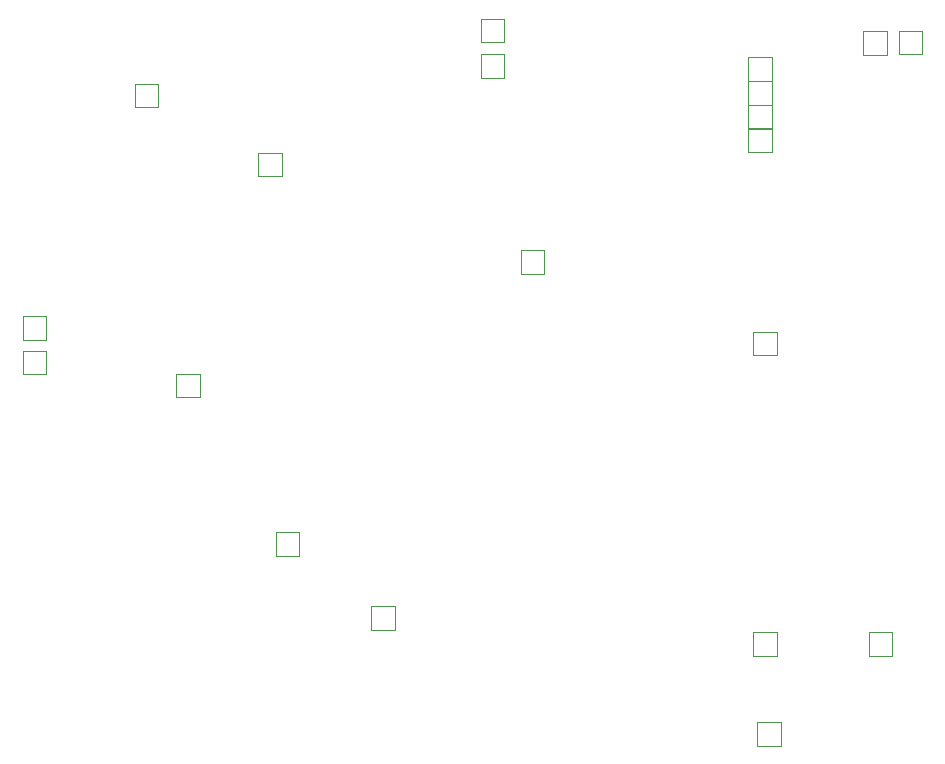
<source format=gbr>
%TF.GenerationSoftware,KiCad,Pcbnew,(6.0.1)*%
%TF.CreationDate,2022-02-17T12:45:48-06:00*%
%TF.ProjectId,IV Curve Tracer,49562043-7572-4766-9520-547261636572,1.2.0*%
%TF.SameCoordinates,PX1b50300PY6843e50*%
%TF.FileFunction,Other,User*%
%FSLAX46Y46*%
G04 Gerber Fmt 4.6, Leading zero omitted, Abs format (unit mm)*
G04 Created by KiCad (PCBNEW (6.0.1)) date 2022-02-17 12:45:48*
%MOMM*%
%LPD*%
G01*
G04 APERTURE LIST*
%ADD10C,0.050000*%
G04 APERTURE END LIST*
D10*
%TO.C,TP12*%
X44504989Y69487346D02*
X44504989Y71487346D01*
X46504989Y71487346D02*
X44504989Y71487346D01*
X44504989Y69487346D02*
X46504989Y69487346D01*
X46504989Y71487346D02*
X46504989Y69487346D01*
%TO.C,TP17*%
X98442489Y73712346D02*
X98442489Y71712346D01*
X96442489Y71712346D02*
X96442489Y73712346D01*
X96442489Y71712346D02*
X98442489Y71712346D01*
X98442489Y73712346D02*
X96442489Y73712346D01*
%TO.C,TP14*%
X111187489Y75972346D02*
X109187489Y75972346D01*
X109187489Y73972346D02*
X109187489Y75972346D01*
X111187489Y75972346D02*
X111187489Y73972346D01*
X109187489Y73972346D02*
X111187489Y73972346D01*
%TO.C,TP3*%
X96874989Y48482346D02*
X98874989Y48482346D01*
X98874989Y50482346D02*
X96874989Y50482346D01*
X98874989Y50482346D02*
X98874989Y48482346D01*
X96874989Y48482346D02*
X96874989Y50482346D01*
%TO.C,TP15*%
X96437489Y65697346D02*
X96437489Y67697346D01*
X98437489Y67697346D02*
X96437489Y67697346D01*
X96437489Y65697346D02*
X98437489Y65697346D01*
X98437489Y67697346D02*
X98437489Y65697346D01*
%TO.C,TP13*%
X108187489Y75962346D02*
X106187489Y75962346D01*
X106187489Y73962346D02*
X108187489Y73962346D01*
X108187489Y75962346D02*
X108187489Y73962346D01*
X106187489Y73962346D02*
X106187489Y75962346D01*
%TO.C,TP18*%
X96442489Y67702346D02*
X96442489Y69702346D01*
X96442489Y67702346D02*
X98442489Y67702346D01*
X98442489Y69702346D02*
X98442489Y67702346D01*
X98442489Y69702346D02*
X96442489Y69702346D01*
%TO.C,TP4*%
X106639989Y23077346D02*
X108639989Y23077346D01*
X108639989Y25077346D02*
X108639989Y23077346D01*
X108639989Y25077346D02*
X106639989Y25077346D01*
X106639989Y23077346D02*
X106639989Y25077346D01*
%TO.C,TP5*%
X77179989Y55407346D02*
X79179989Y55407346D01*
X79179989Y57407346D02*
X77179989Y57407346D01*
X77179989Y55407346D02*
X77179989Y57407346D01*
X79179989Y57407346D02*
X79179989Y55407346D01*
%TO.C,TP7*%
X35029989Y46876120D02*
X37029989Y46876120D01*
X35029989Y46876120D02*
X35029989Y48876120D01*
X37029989Y48876120D02*
X35029989Y48876120D01*
X37029989Y48876120D02*
X37029989Y46876120D01*
%TO.C,TP2*%
X98879989Y25067346D02*
X98879989Y23067346D01*
X96879989Y23067346D02*
X98879989Y23067346D01*
X98879989Y25067346D02*
X96879989Y25067346D01*
X96879989Y23067346D02*
X96879989Y25067346D01*
%TO.C,TP16*%
X98442489Y71707346D02*
X96442489Y71707346D01*
X98442489Y71707346D02*
X98442489Y69707346D01*
X96442489Y69707346D02*
X96442489Y71707346D01*
X96442489Y69707346D02*
X98442489Y69707346D01*
%TO.C,TP19*%
X73787489Y71997346D02*
X73787489Y73997346D01*
X73787489Y71997346D02*
X75787489Y71997346D01*
X75787489Y73997346D02*
X73787489Y73997346D01*
X75787489Y73997346D02*
X75787489Y71997346D01*
%TO.C,TP10*%
X56442489Y31516256D02*
X58442489Y31516256D01*
X58442489Y33516256D02*
X58442489Y31516256D01*
X58442489Y33516256D02*
X56442489Y33516256D01*
X56442489Y31516256D02*
X56442489Y33516256D01*
%TO.C,TP9*%
X66514989Y27262346D02*
X66514989Y25262346D01*
X64514989Y25262346D02*
X64514989Y27262346D01*
X64514989Y25262346D02*
X66514989Y25262346D01*
X66514989Y27262346D02*
X64514989Y27262346D01*
%TO.C,TP1*%
X99184989Y17457346D02*
X97184989Y17457346D01*
X97184989Y15457346D02*
X99184989Y15457346D01*
X99184989Y17457346D02*
X99184989Y15457346D01*
X97184989Y15457346D02*
X97184989Y17457346D01*
%TO.C,TP6*%
X37034989Y51801120D02*
X35034989Y51801120D01*
X37034989Y51801120D02*
X37034989Y49801120D01*
X35034989Y49801120D02*
X37034989Y49801120D01*
X35034989Y49801120D02*
X35034989Y51801120D01*
%TO.C,TP20*%
X73782489Y74997346D02*
X73782489Y76997346D01*
X75782489Y76997346D02*
X75782489Y74997346D01*
X75782489Y76997346D02*
X73782489Y76997346D01*
X73782489Y74997346D02*
X75782489Y74997346D01*
%TO.C,TP11*%
X56945000Y65660000D02*
X56945000Y63660000D01*
X56945000Y65660000D02*
X54945000Y65660000D01*
X54945000Y63660000D02*
X54945000Y65660000D01*
X54945000Y63660000D02*
X56945000Y63660000D01*
%TO.C,TP8*%
X48034989Y44927346D02*
X50034989Y44927346D01*
X50034989Y46927346D02*
X48034989Y46927346D01*
X48034989Y44927346D02*
X48034989Y46927346D01*
X50034989Y46927346D02*
X50034989Y44927346D01*
%TD*%
M02*

</source>
